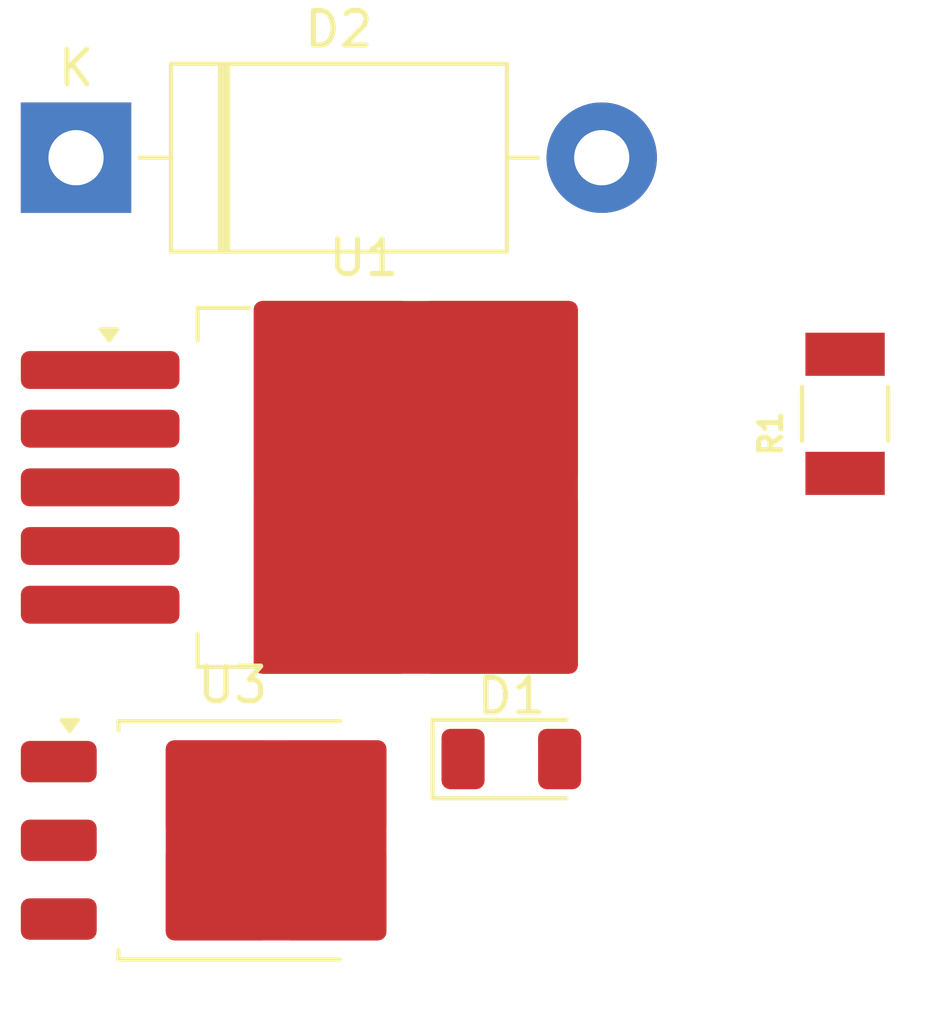
<source format=kicad_pcb>
(kicad_pcb (version 20240108) (generator "pcbnew") (generator_version "8.0")
  (layers (0 "F.Cu" signal) (31 "B.Cu" signal) (34 "B.Paste" user) (35 "F.Paste" user) (36 "B.SilkS" user "B.Silkscreen") (37 "F.SilkS" user "F.Silkscreen") (38 "B.Mask" user) (39 "F.Mask" user) (44 "Edge.Cuts" user))
  (net 0 "")
  (net 1 "GND")
  (net 2 "Net-(D1-A)")
  (net 3 "Net-(D2-K)")
  (net 4 "Net-(U1-FB)")
  (net 5 "12 V")
  (net 6 "2.5V")
  (net 7 "Net-(U3-VI)")
  (footprint "ERJU14J1R5U:RES_ERJU14J1R5U" (layer "F.Cu") (at 84.275 53 90)
    (property "Reference" "R1" (at -0.568 -2.1564 270) (layer "F.SilkS") (effects (font (size 0.64 0.64))))
    (property "Value" "2.2 k")
    (fp_line (start -0.78 -1.25) (end 0.78 -1.25) (stroke (width 0.127)) (layer "F.SilkS"))
    (fp_line (start -0.78 1.25) (end 0.78 1.25) (stroke (width 0.127)) (layer "F.SilkS"))
    (pad "1" smd rect (at -1.725 0 90) (size 1.25 2.3) (layers "F.Cu" "F.Paste" "F.Mask") (net 5 "12 V"))
    (pad "2" smd rect (at 1.725 0 90) (size 1.25 2.3) (layers "F.Cu" "F.Paste" "F.Mask") (net 2 "Net-(D1-A)"))
  )
  (footprint "Package_TO_SOT_SMD:TO-263-5_TabPin3" (layer "F.Cu") (at 70.33 55.13)
    (property "Reference" "U1" (at 0 -6.65 0) (layer "F.SilkS"))
    (property "Value" "LM2576HVS-3.3")
    (fp_line (start -4.825 -5.2) (end -4.825 -4.25) (stroke (width 0.12)) (layer "F.SilkS"))
    (fp_line (start -4.825 5.2) (end -4.825 4.25) (stroke (width 0.12)) (layer "F.SilkS"))
    (fp_line (start -3.325 -5.2) (end -4.825 -5.2) (stroke (width 0.12)) (layer "F.SilkS"))
    (fp_line (start -3.325 5.2) (end -4.825 5.2) (stroke (width 0.12)) (layer "F.SilkS"))
    (fp_poly (pts (xy -7.3875 -4.25) (xy -7.6275 -4.58) (xy -7.1475 -4.58) (xy -7.3875 -4.25)) (stroke (width 0.12)) (fill solid) (layer "F.SilkS"))
    (pad "1" smd roundrect (at -7.65 -3.4) (size 4.6 1.1) (layers "F.Cu" "F.Paste" "F.Mask") (roundrect_rratio 0.227273) (net 5 "12 V"))
    (pad "2" smd roundrect (at -7.65 -1.7) (size 4.6 1.1) (layers "F.Cu" "F.Paste" "F.Mask") (roundrect_rratio 0.227273) (net 3 "Net-(D2-K)"))
    (pad "3" smd roundrect (at -7.65 0) (size 4.6 1.1) (layers "F.Cu" "F.Paste" "F.Mask") (roundrect_rratio 0.227273) (net 1 "GND"))
    (pad "3" smd roundrect (at -0.925 -2.775) (size 4.55 5.25) (layers "F.Cu" "F.Paste") (roundrect_rratio 0.054945) (net 1 "GND"))
    (pad "3" smd roundrect (at -0.925 2.775) (size 4.55 5.25) (layers "F.Cu" "F.Paste") (roundrect_rratio 0.054945) (net 1 "GND"))
    (pad "3" smd roundrect (at 1.5 0) (size 9.4 10.8) (layers "F.Cu" "F.Mask") (roundrect_rratio 0.026596) (net 1 "GND"))
    (pad "3" smd roundrect (at 3.925 -2.775) (size 4.55 5.25) (layers "F.Cu" "F.Paste") (roundrect_rratio 0.054945) (net 1 "GND"))
    (pad "3" smd roundrect (at 3.925 2.775) (size 4.55 5.25) (layers "F.Cu" "F.Paste") (roundrect_rratio 0.054945) (net 1 "GND"))
    (pad "4" smd roundrect (at -7.65 1.7) (size 4.6 1.1) (layers "F.Cu" "F.Paste" "F.Mask") (roundrect_rratio 0.227273) (net 4 "Net-(U1-FB)"))
    (pad "5" smd roundrect (at -7.65 3.4) (size 4.6 1.1) (layers "F.Cu" "F.Paste" "F.Mask") (roundrect_rratio 0.227273) (net 1 "GND"))
  )
  (footprint "LED_SMD:LED_1206_3216Metric" (layer "F.Cu") (at 74.6 63)
    (property "Reference" "D1" (at 0 -1.82 0) (layer "F.SilkS"))
    (property "Value" "IR26-21C")
    (fp_line (start -2.285 -1.135) (end -2.285 1.135) (stroke (width 0.12)) (layer "F.SilkS"))
    (fp_line (start -2.285 1.135) (end 1.6 1.135) (stroke (width 0.12)) (layer "F.SilkS"))
    (fp_line (start 1.6 -1.135) (end -2.285 -1.135) (stroke (width 0.12)) (layer "F.SilkS"))
    (pad "1" smd roundrect (at -1.4 0) (size 1.25 1.75) (layers "F.Cu" "F.Paste" "F.Mask") (roundrect_rratio 0.2) (net 1 "GND"))
    (pad "2" smd roundrect (at 1.4 0) (size 1.25 1.75) (layers "F.Cu" "F.Paste" "F.Mask") (roundrect_rratio 0.2) (net 2 "Net-(D1-A)"))
  )
  (footprint "Diode_THT:D_DO-201AD_P15.24mm_Horizontal" (layer "F.Cu") (at 61.98 45.58)
    (property "Reference" "D2" (at 7.62 -3.72 0) (layer "F.SilkS"))
    (property "Value" "1N5822")
    (fp_line (start 1.84 0) (end 2.75 0) (stroke (width 0.12)) (layer "F.SilkS"))
    (fp_line (start 2.75 -2.72) (end 2.75 2.72) (stroke (width 0.12)) (layer "F.SilkS"))
    (fp_line (start 2.75 2.72) (end 12.49 2.72) (stroke (width 0.12)) (layer "F.SilkS"))
    (fp_line (start 4.175 -2.72) (end 4.175 2.72) (stroke (width 0.12)) (layer "F.SilkS"))
    (fp_line (start 4.295 -2.72) (end 4.295 2.72) (stroke (width 0.12)) (layer "F.SilkS"))
    (fp_line (start 4.415 -2.72) (end 4.415 2.72) (stroke (width 0.12)) (layer "F.SilkS"))
    (fp_line (start 12.49 -2.72) (end 2.75 -2.72) (stroke (width 0.12)) (layer "F.SilkS"))
    (fp_line (start 12.49 2.72) (end 12.49 -2.72) (stroke (width 0.12)) (layer "F.SilkS"))
    (fp_line (start 13.4 0) (end 12.49 0) (stroke (width 0.12)) (layer "F.SilkS"))
    (fp_text user "K" (at 0 -2.6 0) (layer "F.SilkS"))
    (pad "1" thru_hole rect (at 0 0) (size 3.2 3.2) (drill 1.6) (layers "*.Cu" "*.Mask") (net 3 "Net-(D2-K)"))
    (pad "2" thru_hole oval (at 15.24 0) (size 3.2 3.2) (drill 1.6) (layers "*.Cu" "*.Mask") (net 1 "GND"))
  )
  (footprint "Package_TO_SOT_SMD:TO-252-3_TabPin2" (layer "F.Cu") (at 66.52 65.355)
    (property "Reference" "U3" (at 0 -4.5 0) (layer "F.SilkS"))
    (property "Value" "AMS1117CD-2.5V")
    (fp_line (start -3.31 -3.45) (end -3.31 -3.18) (stroke (width 0.12)) (layer "F.SilkS"))
    (fp_line (start -3.31 3.45) (end -3.31 3.18) (stroke (width 0.12)) (layer "F.SilkS"))
    (fp_line (start 3.11 -3.45) (end -3.31 -3.45) (stroke (width 0.12)) (layer "F.SilkS"))
    (fp_line (start 3.11 3.45) (end -3.31 3.45) (stroke (width 0.12)) (layer "F.SilkS"))
    (fp_poly (pts (xy -4.725 -3.16) (xy -4.965 -3.49) (xy -4.485 -3.49) (xy -4.725 -3.16)) (stroke (width 0.12)) (fill solid) (layer "F.SilkS"))
    (pad "1" smd roundrect (at -5.04 -2.28) (size 2.2 1.2) (layers "F.Cu" "F.Paste" "F.Mask") (roundrect_rratio 0.208333) (net 1 "GND"))
    (pad "2" smd roundrect (at -5.04 0) (size 2.2 1.2) (layers "F.Cu" "F.Paste" "F.Mask") (roundrect_rratio 0.208333) (net 6 "2.5V"))
    (pad "2" smd roundrect (at -0.415 -1.525) (size 3.05 2.75) (layers "F.Cu" "F.Paste") (roundrect_rratio 0.090909) (net 6 "2.5V"))
    (pad "2" smd roundrect (at -0.415 1.525) (size 3.05 2.75) (layers "F.Cu" "F.Paste") (roundrect_rratio 0.090909) (net 6 "2.5V"))
    (pad "2" smd roundrect (at 1.26 0) (size 6.4 5.8) (layers "F.Cu" "F.Mask") (roundrect_rratio 0.043103) (net 6 "2.5V"))
    (pad "2" smd roundrect (at 2.935 -1.525) (size 3.05 2.75) (layers "F.Cu" "F.Paste") (roundrect_rratio 0.090909) (net 6 "2.5V"))
    (pad "2" smd roundrect (at 2.935 1.525) (size 3.05 2.75) (layers "F.Cu" "F.Paste") (roundrect_rratio 0.090909) (net 6 "2.5V"))
    (pad "3" smd roundrect (at -5.04 2.28) (size 2.2 1.2) (layers "F.Cu" "F.Paste" "F.Mask") (roundrect_rratio 0.208333) (net 7 "Net-(U3-VI)"))
  )
)
</source>
